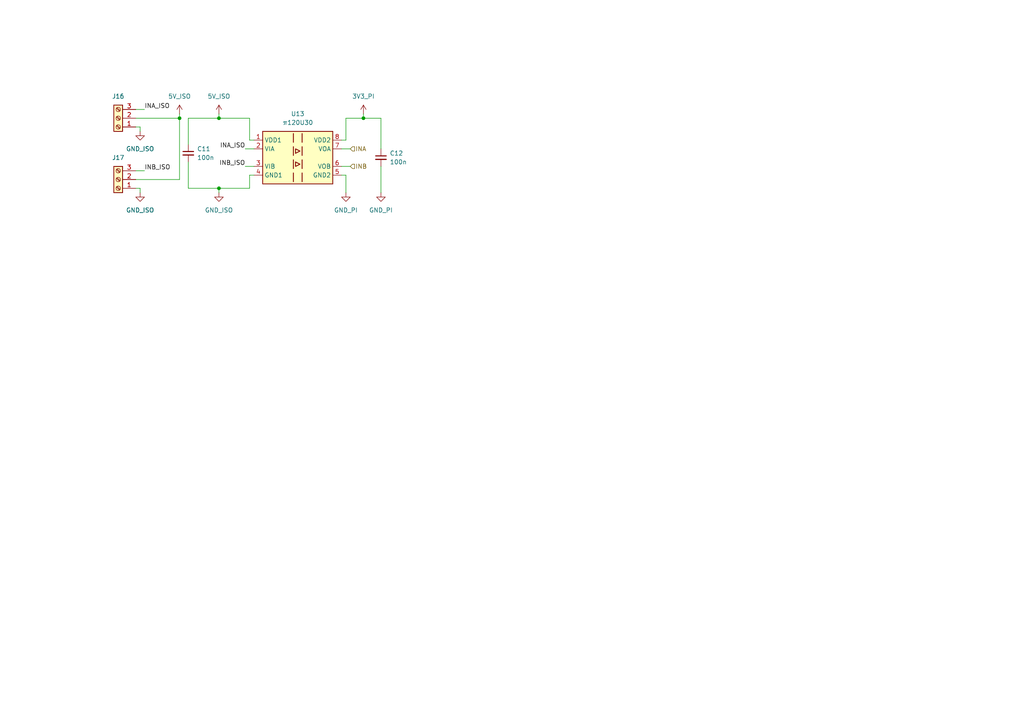
<source format=kicad_sch>
(kicad_sch (version 20230121) (generator eeschema)

  (uuid 4cf84722-b373-4d38-91a1-2eb3ce886a92)

  (paper "A4")

  (lib_symbols
    (symbol "Connector:Screw_Terminal_01x03" (pin_names (offset 1.016) hide) (in_bom yes) (on_board yes)
      (property "Reference" "J" (at 0 5.08 0)
        (effects (font (size 1.27 1.27)))
      )
      (property "Value" "Screw_Terminal_01x03" (at 0 -5.08 0)
        (effects (font (size 1.27 1.27)))
      )
      (property "Footprint" "" (at 0 0 0)
        (effects (font (size 1.27 1.27)) hide)
      )
      (property "Datasheet" "~" (at 0 0 0)
        (effects (font (size 1.27 1.27)) hide)
      )
      (property "ki_keywords" "screw terminal" (at 0 0 0)
        (effects (font (size 1.27 1.27)) hide)
      )
      (property "ki_description" "Generic screw terminal, single row, 01x03, script generated (kicad-library-utils/schlib/autogen/connector/)" (at 0 0 0)
        (effects (font (size 1.27 1.27)) hide)
      )
      (property "ki_fp_filters" "TerminalBlock*:*" (at 0 0 0)
        (effects (font (size 1.27 1.27)) hide)
      )
      (symbol "Screw_Terminal_01x03_1_1"
        (rectangle (start -1.27 3.81) (end 1.27 -3.81)
          (stroke (width 0.254) (type default))
          (fill (type background))
        )
        (circle (center 0 -2.54) (radius 0.635)
          (stroke (width 0.1524) (type default))
          (fill (type none))
        )
        (polyline
          (pts
            (xy -0.5334 -2.2098)
            (xy 0.3302 -3.048)
          )
          (stroke (width 0.1524) (type default))
          (fill (type none))
        )
        (polyline
          (pts
            (xy -0.5334 0.3302)
            (xy 0.3302 -0.508)
          )
          (stroke (width 0.1524) (type default))
          (fill (type none))
        )
        (polyline
          (pts
            (xy -0.5334 2.8702)
            (xy 0.3302 2.032)
          )
          (stroke (width 0.1524) (type default))
          (fill (type none))
        )
        (polyline
          (pts
            (xy -0.3556 -2.032)
            (xy 0.508 -2.8702)
          )
          (stroke (width 0.1524) (type default))
          (fill (type none))
        )
        (polyline
          (pts
            (xy -0.3556 0.508)
            (xy 0.508 -0.3302)
          )
          (stroke (width 0.1524) (type default))
          (fill (type none))
        )
        (polyline
          (pts
            (xy -0.3556 3.048)
            (xy 0.508 2.2098)
          )
          (stroke (width 0.1524) (type default))
          (fill (type none))
        )
        (circle (center 0 0) (radius 0.635)
          (stroke (width 0.1524) (type default))
          (fill (type none))
        )
        (circle (center 0 2.54) (radius 0.635)
          (stroke (width 0.1524) (type default))
          (fill (type none))
        )
        (pin passive line (at -5.08 2.54 0) (length 3.81)
          (name "Pin_1" (effects (font (size 1.27 1.27))))
          (number "1" (effects (font (size 1.27 1.27))))
        )
        (pin passive line (at -5.08 0 0) (length 3.81)
          (name "Pin_2" (effects (font (size 1.27 1.27))))
          (number "2" (effects (font (size 1.27 1.27))))
        )
        (pin passive line (at -5.08 -2.54 0) (length 3.81)
          (name "Pin_3" (effects (font (size 1.27 1.27))))
          (number "3" (effects (font (size 1.27 1.27))))
        )
      )
    )
    (symbol "Device:C_Small" (pin_numbers hide) (pin_names (offset 0.254) hide) (in_bom yes) (on_board yes)
      (property "Reference" "C" (at 0.254 1.778 0)
        (effects (font (size 1.27 1.27)) (justify left))
      )
      (property "Value" "C_Small" (at 0.254 -2.032 0)
        (effects (font (size 1.27 1.27)) (justify left))
      )
      (property "Footprint" "" (at 0 0 0)
        (effects (font (size 1.27 1.27)) hide)
      )
      (property "Datasheet" "~" (at 0 0 0)
        (effects (font (size 1.27 1.27)) hide)
      )
      (property "ki_keywords" "capacitor cap" (at 0 0 0)
        (effects (font (size 1.27 1.27)) hide)
      )
      (property "ki_description" "Unpolarized capacitor, small symbol" (at 0 0 0)
        (effects (font (size 1.27 1.27)) hide)
      )
      (property "ki_fp_filters" "C_*" (at 0 0 0)
        (effects (font (size 1.27 1.27)) hide)
      )
      (symbol "C_Small_0_1"
        (polyline
          (pts
            (xy -1.524 -0.508)
            (xy 1.524 -0.508)
          )
          (stroke (width 0.3302) (type default))
          (fill (type none))
        )
        (polyline
          (pts
            (xy -1.524 0.508)
            (xy 1.524 0.508)
          )
          (stroke (width 0.3048) (type default))
          (fill (type none))
        )
      )
      (symbol "C_Small_1_1"
        (pin passive line (at 0 2.54 270) (length 2.032)
          (name "~" (effects (font (size 1.27 1.27))))
          (number "1" (effects (font (size 1.27 1.27))))
        )
        (pin passive line (at 0 -2.54 90) (length 2.032)
          (name "~" (effects (font (size 1.27 1.27))))
          (number "2" (effects (font (size 1.27 1.27))))
        )
      )
    )
    (symbol "GND_1" (power) (pin_names (offset 0)) (in_bom yes) (on_board yes)
      (property "Reference" "GND_ISO" (at 0 -6.35 0)
        (effects (font (size 1.27 1.27)) hide)
      )
      (property "Value" "GND_1" (at 0 -5.08 0)
        (effects (font (size 1.27 1.27)))
      )
      (property "Footprint" "" (at 0 0 0)
        (effects (font (size 1.27 1.27)) hide)
      )
      (property "Datasheet" "" (at 0 0 0)
        (effects (font (size 1.27 1.27)) hide)
      )
      (property "ki_keywords" "global power" (at 0 0 0)
        (effects (font (size 1.27 1.27)) hide)
      )
      (property "ki_description" "Power symbol creates a global label with name \"GND\" , ground" (at 0 0 0)
        (effects (font (size 1.27 1.27)) hide)
      )
      (symbol "GND_1_0_1"
        (polyline
          (pts
            (xy 0 0)
            (xy 0 -1.27)
            (xy 1.27 -1.27)
            (xy 0 -2.54)
            (xy -1.27 -1.27)
            (xy 0 -1.27)
          )
          (stroke (width 0) (type default))
          (fill (type none))
        )
      )
      (symbol "GND_1_1_1"
        (pin power_in line (at 0 0 270) (length 0) hide
          (name "GND_ISO" (effects (font (size 1.27 1.27))))
          (number "1" (effects (font (size 1.27 1.27))))
        )
      )
    )
    (symbol "GND_2" (power) (pin_names (offset 0)) (in_bom yes) (on_board yes)
      (property "Reference" "#GND_PI0101" (at 0 -6.35 0)
        (effects (font (size 1.27 1.27)) hide)
      )
      (property "Value" "GND_2" (at 0 -5.08 0)
        (effects (font (size 1.27 1.27)))
      )
      (property "Footprint" "" (at 0 0 0)
        (effects (font (size 1.27 1.27)) hide)
      )
      (property "Datasheet" "" (at 0 0 0)
        (effects (font (size 1.27 1.27)) hide)
      )
      (property "ki_keywords" "global power" (at 0 0 0)
        (effects (font (size 1.27 1.27)) hide)
      )
      (property "ki_description" "Power symbol creates a global label with name \"GND\" , ground" (at 0 0 0)
        (effects (font (size 1.27 1.27)) hide)
      )
      (symbol "GND_2_0_1"
        (polyline
          (pts
            (xy 0 0)
            (xy 0 -1.27)
            (xy 1.27 -1.27)
            (xy 0 -2.54)
            (xy -1.27 -1.27)
            (xy 0 -1.27)
          )
          (stroke (width 0) (type default))
          (fill (type none))
        )
      )
      (symbol "GND_2_1_1"
        (pin power_in line (at 0 0 270) (length 0) hide
          (name "GND_PI" (effects (font (size 1.27 1.27))))
          (number "1" (effects (font (size 1.27 1.27))))
        )
      )
    )
    (symbol "Isolator:π120U30" (in_bom yes) (on_board yes)
      (property "Reference" "U" (at -10.16 8.89 0)
        (effects (font (size 1.27 1.27)) (justify left))
      )
      (property "Value" "π120U30" (at -2.032 8.89 0)
        (effects (font (size 1.27 1.27)) (justify left))
      )
      (property "Footprint" "Package_SO:SOIC-8_3.9x4.9mm_P1.27mm" (at 0 -10.16 0)
        (effects (font (size 1.27 1.27) italic) hide)
      )
      (property "Datasheet" "http://www.rpsemi.com/public/doc/2Pai_%CF%8012xUxx_20200416_EN.pdf" (at -11.43 10.16 0)
        (effects (font (size 1.27 1.27)) hide)
      )
      (property "ki_keywords" "Dual-channel digital isolator pi120U30" (at 0 0 0)
        (effects (font (size 1.27 1.27)) hide)
      )
      (property "ki_description" "Dual-channel digital isolator, 3V/5V level translation, Safe LOW, SOIC-8" (at 0 0 0)
        (effects (font (size 1.27 1.27)) hide)
      )
      (property "ki_fp_filters" "SOIC*3.9x4.9mm*P1.27mm*" (at 0 0 0)
        (effects (font (size 1.27 1.27)) hide)
      )
      (symbol "π120U30_0_1"
        (rectangle (start -10.16 7.62) (end 10.16 -7.62)
          (stroke (width 0.254) (type default))
          (fill (type background))
        )
        (polyline
          (pts
            (xy -1.27 -4.445)
            (xy -1.27 -6.985)
          )
          (stroke (width 0.254) (type default))
          (fill (type none))
        )
        (polyline
          (pts
            (xy -1.27 -0.635)
            (xy -1.27 -3.175)
          )
          (stroke (width 0.254) (type default))
          (fill (type none))
        )
        (polyline
          (pts
            (xy -1.27 3.175)
            (xy -1.27 0.635)
          )
          (stroke (width 0.254) (type default))
          (fill (type none))
        )
        (polyline
          (pts
            (xy -1.27 6.985)
            (xy -1.27 4.445)
          )
          (stroke (width 0.254) (type default))
          (fill (type none))
        )
        (polyline
          (pts
            (xy 1.27 -4.445)
            (xy 1.27 -6.985)
          )
          (stroke (width 0.254) (type default))
          (fill (type none))
        )
        (polyline
          (pts
            (xy 1.27 -0.635)
            (xy 1.27 -3.175)
          )
          (stroke (width 0.254) (type default))
          (fill (type none))
        )
        (polyline
          (pts
            (xy 1.27 3.175)
            (xy 1.27 0.635)
          )
          (stroke (width 0.254) (type default))
          (fill (type none))
        )
        (polyline
          (pts
            (xy 1.27 6.985)
            (xy 1.27 4.445)
          )
          (stroke (width 0.254) (type default))
          (fill (type none))
        )
        (polyline
          (pts
            (xy -0.635 -1.27)
            (xy -0.635 -2.54)
            (xy 0.635 -1.905)
            (xy -0.635 -1.27)
          )
          (stroke (width 0.254) (type default))
          (fill (type none))
        )
        (polyline
          (pts
            (xy -0.635 1.27)
            (xy 0.635 1.905)
            (xy -0.635 2.54)
            (xy -0.635 1.27)
          )
          (stroke (width 0.254) (type default))
          (fill (type none))
        )
      )
      (symbol "π120U30_1_1"
        (pin power_in line (at -12.7 5.08 0) (length 2.54)
          (name "VDD1" (effects (font (size 1.27 1.27))))
          (number "1" (effects (font (size 1.27 1.27))))
        )
        (pin input line (at -12.7 2.54 0) (length 2.54)
          (name "VIA" (effects (font (size 1.27 1.27))))
          (number "2" (effects (font (size 1.27 1.27))))
        )
        (pin input line (at -12.7 -2.54 0) (length 2.54)
          (name "VIB" (effects (font (size 1.27 1.27))))
          (number "3" (effects (font (size 1.27 1.27))))
        )
        (pin power_in line (at -12.7 -5.08 0) (length 2.54)
          (name "GND1" (effects (font (size 1.27 1.27))))
          (number "4" (effects (font (size 1.27 1.27))))
        )
        (pin power_in line (at 12.7 -5.08 180) (length 2.54)
          (name "GND2" (effects (font (size 1.27 1.27))))
          (number "5" (effects (font (size 1.27 1.27))))
        )
        (pin output line (at 12.7 -2.54 180) (length 2.54)
          (name "VOB" (effects (font (size 1.27 1.27))))
          (number "6" (effects (font (size 1.27 1.27))))
        )
        (pin output line (at 12.7 2.54 180) (length 2.54)
          (name "VOA" (effects (font (size 1.27 1.27))))
          (number "7" (effects (font (size 1.27 1.27))))
        )
        (pin power_in line (at 12.7 5.08 180) (length 2.54)
          (name "VDD2" (effects (font (size 1.27 1.27))))
          (number "8" (effects (font (size 1.27 1.27))))
        )
      )
    )
    (symbol "VDD_1" (power) (pin_names (offset 0)) (in_bom yes) (on_board yes)
      (property "Reference" "#5V_ISO07" (at 0 -3.81 0)
        (effects (font (size 1.27 1.27)) hide)
      )
      (property "Value" "5V_ISO" (at 0 5.08 0)
        (effects (font (size 1.27 1.27)))
      )
      (property "Footprint" "" (at 0 0 0)
        (effects (font (size 1.27 1.27)) hide)
      )
      (property "Datasheet" "" (at 0 0 0)
        (effects (font (size 1.27 1.27)) hide)
      )
      (property "ki_keywords" "global power" (at 0 0 0)
        (effects (font (size 1.27 1.27)) hide)
      )
      (property "ki_description" "Power symbol creates a global label with name \"VDD\"" (at 0 0 0)
        (effects (font (size 1.27 1.27)) hide)
      )
      (symbol "VDD_1_0_1"
        (polyline
          (pts
            (xy -0.762 1.27)
            (xy 0 2.54)
          )
          (stroke (width 0) (type default))
          (fill (type none))
        )
        (polyline
          (pts
            (xy 0 0)
            (xy 0 2.54)
          )
          (stroke (width 0) (type default))
          (fill (type none))
        )
        (polyline
          (pts
            (xy 0 2.54)
            (xy 0.762 1.27)
          )
          (stroke (width 0) (type default))
          (fill (type none))
        )
      )
      (symbol "VDD_1_1_1"
        (pin power_in line (at 0 0 90) (length 0) hide
          (name "5V_ISO" (effects (font (size 1.27 1.27))))
          (number "1" (effects (font (size 1.27 1.27))))
        )
      )
    )
    (symbol "VDD_2" (power) (pin_names (offset 0)) (in_bom yes) (on_board yes)
      (property "Reference" "#3V3_PI0101" (at 0 3.81 0)
        (effects (font (size 1.27 1.27)) hide)
      )
      (property "Value" "VDD_2" (at 0 5.08 0)
        (effects (font (size 1.27 1.27)))
      )
      (property "Footprint" "" (at 0 0 0)
        (effects (font (size 1.27 1.27)) hide)
      )
      (property "Datasheet" "" (at 0 0 0)
        (effects (font (size 1.27 1.27)) hide)
      )
      (property "ki_keywords" "global power" (at 0 0 0)
        (effects (font (size 1.27 1.27)) hide)
      )
      (property "ki_description" "Power symbol creates a global label with name \"VDD\"" (at 0 0 0)
        (effects (font (size 1.27 1.27)) hide)
      )
      (symbol "VDD_2_0_1"
        (polyline
          (pts
            (xy -0.762 1.27)
            (xy 0 2.54)
          )
          (stroke (width 0) (type default))
          (fill (type none))
        )
        (polyline
          (pts
            (xy 0 0)
            (xy 0 2.54)
          )
          (stroke (width 0) (type default))
          (fill (type none))
        )
        (polyline
          (pts
            (xy 0 2.54)
            (xy 0.762 1.27)
          )
          (stroke (width 0) (type default))
          (fill (type none))
        )
      )
      (symbol "VDD_2_1_1"
        (pin power_in line (at 0 0 90) (length 0) hide
          (name "3V3_PI" (effects (font (size 1.27 1.27))))
          (number "1" (effects (font (size 1.27 1.27))))
        )
      )
    )
    (symbol "power:VDD" (power) (pin_names (offset 0)) (in_bom yes) (on_board yes)
      (property "Reference" "#5V_ISO08" (at 0 -3.81 0)
        (effects (font (size 1.27 1.27)) hide)
      )
      (property "Value" "5V_ISO" (at 0 5.08 0)
        (effects (font (size 1.27 1.27)))
      )
      (property "Footprint" "" (at 0 0 0)
        (effects (font (size 1.27 1.27)) hide)
      )
      (property "Datasheet" "" (at 0 0 0)
        (effects (font (size 1.27 1.27)) hide)
      )
      (property "ki_keywords" "global power" (at 0 0 0)
        (effects (font (size 1.27 1.27)) hide)
      )
      (property "ki_description" "Power symbol creates a global label with name \"VDD\"" (at 0 0 0)
        (effects (font (size 1.27 1.27)) hide)
      )
      (symbol "VDD_0_1"
        (polyline
          (pts
            (xy -0.762 1.27)
            (xy 0 2.54)
          )
          (stroke (width 0) (type default))
          (fill (type none))
        )
        (polyline
          (pts
            (xy 0 0)
            (xy 0 2.54)
          )
          (stroke (width 0) (type default))
          (fill (type none))
        )
        (polyline
          (pts
            (xy 0 2.54)
            (xy 0.762 1.27)
          )
          (stroke (width 0) (type default))
          (fill (type none))
        )
      )
      (symbol "VDD_1_1"
        (pin power_in line (at 0 0 90) (length 0) hide
          (name "5V_ISO" (effects (font (size 1.27 1.27))))
          (number "1" (effects (font (size 1.27 1.27))))
        )
      )
    )
  )

  (junction (at 52.07 34.29) (diameter 0) (color 0 0 0 0)
    (uuid 0e80ccd8-1dee-47e4-a8ab-2c418ecee4e6)
  )
  (junction (at 63.5 34.29) (diameter 0) (color 0 0 0 0)
    (uuid 297a4db8-12bd-4108-9e4b-992c1ffcb6e0)
  )
  (junction (at 63.5 54.61) (diameter 0) (color 0 0 0 0)
    (uuid 5d8182a3-eab0-44c4-b631-6ba39a676a36)
  )
  (junction (at 105.41 34.29) (diameter 0) (color 0 0 0 0)
    (uuid 9087b805-1e0d-47a0-b733-7253309f25d4)
  )

  (wire (pts (xy 52.07 33.02) (xy 52.07 34.29))
    (stroke (width 0) (type default))
    (uuid 10eae7b3-5142-4189-ade6-e951aa7d163e)
  )
  (wire (pts (xy 99.06 40.64) (xy 100.33 40.64))
    (stroke (width 0) (type default))
    (uuid 178cc943-aeb9-4043-b203-31495f11a054)
  )
  (wire (pts (xy 39.37 36.83) (xy 40.64 36.83))
    (stroke (width 0) (type default))
    (uuid 2bf5b5b8-2973-47a4-b4e2-017bce970537)
  )
  (wire (pts (xy 39.37 52.07) (xy 52.07 52.07))
    (stroke (width 0) (type default))
    (uuid 3a8af44f-e17d-46cc-b65a-71f949fd851d)
  )
  (wire (pts (xy 63.5 34.29) (xy 72.39 34.29))
    (stroke (width 0) (type default))
    (uuid 60d94715-ae5b-4ab8-9f88-e029a9bf4375)
  )
  (wire (pts (xy 100.33 50.8) (xy 100.33 55.88))
    (stroke (width 0) (type default))
    (uuid 61a3abbc-cedf-4963-b8e4-c218f9b19298)
  )
  (wire (pts (xy 71.12 48.26) (xy 73.66 48.26))
    (stroke (width 0) (type default))
    (uuid 6518fb73-3898-4089-b393-54c94ccc478a)
  )
  (wire (pts (xy 39.37 34.29) (xy 52.07 34.29))
    (stroke (width 0) (type default))
    (uuid 6669a12b-1154-48d9-aa66-fab6edeefcbe)
  )
  (wire (pts (xy 99.06 48.26) (xy 101.6 48.26))
    (stroke (width 0) (type default))
    (uuid 672a668a-7e92-447e-82f5-fc15c545ca59)
  )
  (wire (pts (xy 99.06 50.8) (xy 100.33 50.8))
    (stroke (width 0) (type default))
    (uuid 6c83850c-cd51-4e76-9c80-6035b8793b4f)
  )
  (wire (pts (xy 63.5 33.02) (xy 63.5 34.29))
    (stroke (width 0) (type default))
    (uuid 71655473-70b3-4489-b5ce-e5f6f4f4e5da)
  )
  (wire (pts (xy 39.37 54.61) (xy 40.64 54.61))
    (stroke (width 0) (type default))
    (uuid 7a5a6657-cde6-4d57-8d91-9be2d26a6eb9)
  )
  (wire (pts (xy 63.5 54.61) (xy 63.5 55.88))
    (stroke (width 0) (type default))
    (uuid 8078879d-bc27-423c-8249-98a5b4f972e4)
  )
  (wire (pts (xy 63.5 54.61) (xy 72.39 54.61))
    (stroke (width 0) (type default))
    (uuid 88312145-f687-448f-9dbb-e8925b7b6a5a)
  )
  (wire (pts (xy 72.39 50.8) (xy 72.39 54.61))
    (stroke (width 0) (type default))
    (uuid 924d20c8-b542-421c-af28-405607ede893)
  )
  (wire (pts (xy 40.64 36.83) (xy 40.64 38.1))
    (stroke (width 0) (type default))
    (uuid 932957c2-e2ae-49ad-b933-323e5a5acedf)
  )
  (wire (pts (xy 54.61 34.29) (xy 54.61 41.91))
    (stroke (width 0) (type default))
    (uuid 997deada-18a9-415b-b692-79b94fe34513)
  )
  (wire (pts (xy 40.64 54.61) (xy 40.64 55.88))
    (stroke (width 0) (type default))
    (uuid a2a884dd-c1cd-4575-b35d-3c80bb0a8210)
  )
  (wire (pts (xy 73.66 50.8) (xy 72.39 50.8))
    (stroke (width 0) (type default))
    (uuid a4922fff-a579-4c9f-88a8-515799f0be4d)
  )
  (wire (pts (xy 63.5 54.61) (xy 54.61 54.61))
    (stroke (width 0) (type default))
    (uuid a6f9a6e6-fde6-4e2f-a0b7-b4082848805d)
  )
  (wire (pts (xy 52.07 34.29) (xy 52.07 52.07))
    (stroke (width 0) (type default))
    (uuid a91eabed-f97b-4476-9192-7fd90c254e81)
  )
  (wire (pts (xy 72.39 34.29) (xy 72.39 40.64))
    (stroke (width 0) (type default))
    (uuid a9f2fd87-e35e-4f8f-abeb-dafd2a935735)
  )
  (wire (pts (xy 71.12 43.18) (xy 73.66 43.18))
    (stroke (width 0) (type default))
    (uuid b1966218-8b05-4643-9426-850f296ab5eb)
  )
  (wire (pts (xy 100.33 34.29) (xy 105.41 34.29))
    (stroke (width 0) (type default))
    (uuid c1023865-b7af-4d5f-8c03-2cd2041a0d03)
  )
  (wire (pts (xy 99.06 43.18) (xy 101.6 43.18))
    (stroke (width 0) (type default))
    (uuid c1d042c2-c2f9-4a48-8d78-8c65925623ce)
  )
  (wire (pts (xy 100.33 40.64) (xy 100.33 34.29))
    (stroke (width 0) (type default))
    (uuid c23ebcf4-133d-4418-9887-6391c3bd4137)
  )
  (wire (pts (xy 41.91 31.75) (xy 39.37 31.75))
    (stroke (width 0) (type default))
    (uuid d85db513-31bb-45dd-9086-ab0e12b348d0)
  )
  (wire (pts (xy 110.49 48.26) (xy 110.49 55.88))
    (stroke (width 0) (type default))
    (uuid de23c321-1d50-4e1c-b762-365d44aa0bfa)
  )
  (wire (pts (xy 54.61 34.29) (xy 63.5 34.29))
    (stroke (width 0) (type default))
    (uuid ded8b1d7-acd4-4650-a122-fc1f263e8fec)
  )
  (wire (pts (xy 105.41 34.29) (xy 110.49 34.29))
    (stroke (width 0) (type default))
    (uuid dfb6df20-7b99-47f8-bea8-f7f9cbac9444)
  )
  (wire (pts (xy 73.66 40.64) (xy 72.39 40.64))
    (stroke (width 0) (type default))
    (uuid e7820186-b05d-4a58-b091-a89d01660206)
  )
  (wire (pts (xy 110.49 34.29) (xy 110.49 43.18))
    (stroke (width 0) (type default))
    (uuid e95ab924-5d53-4214-9fea-2a49c84700b1)
  )
  (wire (pts (xy 41.91 49.53) (xy 39.37 49.53))
    (stroke (width 0) (type default))
    (uuid ee75cc36-c8a3-407b-998c-0a5fd62529cf)
  )
  (wire (pts (xy 54.61 46.99) (xy 54.61 54.61))
    (stroke (width 0) (type default))
    (uuid fe237f0a-4597-4291-8015-4fedd0ed2c83)
  )
  (wire (pts (xy 105.41 33.02) (xy 105.41 34.29))
    (stroke (width 0) (type default))
    (uuid ffdbac3c-97f2-4992-9e04-07664cc60f65)
  )

  (label "INB_ISO" (at 41.91 49.53 0) (fields_autoplaced)
    (effects (font (size 1.27 1.27)) (justify left bottom))
    (uuid 1a7bd251-4abe-4a0b-89f2-88f25c1376fb)
  )
  (label "INB_ISO" (at 71.12 48.26 180) (fields_autoplaced)
    (effects (font (size 1.27 1.27)) (justify right bottom))
    (uuid 35a773f7-49f4-4384-b8ba-554604ecea01)
  )
  (label "INA_ISO" (at 71.12 43.18 180) (fields_autoplaced)
    (effects (font (size 1.27 1.27)) (justify right bottom))
    (uuid 54f78d32-e82b-4cb9-a6fb-20ab2d3664a0)
  )
  (label "INA_ISO" (at 41.91 31.75 0) (fields_autoplaced)
    (effects (font (size 1.27 1.27)) (justify left bottom))
    (uuid 6085b6ec-07a0-4343-a4e2-112b3cd72861)
  )

  (hierarchical_label "INB" (shape input) (at 101.6 48.26 0) (fields_autoplaced)
    (effects (font (size 1.27 1.27)) (justify left))
    (uuid 1d9ef7b9-ba42-4031-85ad-5618ae50fc50)
  )
  (hierarchical_label "INA" (shape input) (at 101.6 43.18 0) (fields_autoplaced)
    (effects (font (size 1.27 1.27)) (justify left))
    (uuid 8333899b-6c64-419d-b725-f94254263526)
  )

  (symbol (lib_name "GND_1") (lib_id "power:GND") (at 63.5 55.88 0) (unit 1)
    (in_bom yes) (on_board yes) (dnp no) (fields_autoplaced)
    (uuid 076f75c8-6d0f-47c2-a1ac-7cc1ecf69cc9)
    (property "Reference" "#GND_ISO08" (at 63.5 62.23 0)
      (effects (font (size 1.27 1.27)) hide)
    )
    (property "Value" "GND_ISO" (at 63.5 60.96 0)
      (effects (font (size 1.27 1.27)))
    )
    (property "Footprint" "" (at 63.5 55.88 0)
      (effects (font (size 1.27 1.27)) hide)
    )
    (property "Datasheet" "" (at 63.5 55.88 0)
      (effects (font (size 1.27 1.27)) hide)
    )
    (pin "1" (uuid 6cc30f4b-d607-4658-ad55-17ba55cf2813))
    (instances
      (project "rpi5-cnc-hat"
        (path "/0e41da92-7fec-467a-a29c-c48f1021375c/f01c58f2-0a2a-4031-a1ff-2bcfde020bbc"
          (reference "#GND_ISO08") (unit 1)
        )
        (path "/0e41da92-7fec-467a-a29c-c48f1021375c/3fc173af-f308-4a39-8856-0a5c1db8a138"
          (reference "#GND_ISO011") (unit 1)
        )
        (path "/0e41da92-7fec-467a-a29c-c48f1021375c/e3d54af7-3f2d-465d-87f6-98351b51b2a5"
          (reference "#GND_ISO014") (unit 1)
        )
        (path "/0e41da92-7fec-467a-a29c-c48f1021375c/2b0bd622-e9f5-4156-9577-5cf66b3affa1"
          (reference "#GND_ISO017") (unit 1)
        )
        (path "/0e41da92-7fec-467a-a29c-c48f1021375c/4344c07b-b469-4487-a974-79a803c4886d"
          (reference "#GND_ISO020") (unit 1)
        )
      )
    )
  )

  (symbol (lib_name "VDD_2") (lib_id "power:VDD") (at 105.41 33.02 0) (unit 1)
    (in_bom yes) (on_board yes) (dnp no)
    (uuid 08dee705-7698-455e-b18d-bbaff9b512fe)
    (property "Reference" "#3V3_PI07" (at 105.41 29.21 0)
      (effects (font (size 1.27 1.27)) hide)
    )
    (property "Value" "3V3_PI" (at 105.41 27.94 0)
      (effects (font (size 1.27 1.27)))
    )
    (property "Footprint" "" (at 105.41 33.02 0)
      (effects (font (size 1.27 1.27)) hide)
    )
    (property "Datasheet" "" (at 105.41 33.02 0)
      (effects (font (size 1.27 1.27)) hide)
    )
    (pin "1" (uuid 8ed812ae-41fc-463a-b2c0-f2395afa114a))
    (instances
      (project "rpi5-cnc-hat"
        (path "/0e41da92-7fec-467a-a29c-c48f1021375c/f01c58f2-0a2a-4031-a1ff-2bcfde020bbc"
          (reference "#3V3_PI07") (unit 1)
        )
        (path "/0e41da92-7fec-467a-a29c-c48f1021375c/3fc173af-f308-4a39-8856-0a5c1db8a138"
          (reference "#3V3_PI08") (unit 1)
        )
        (path "/0e41da92-7fec-467a-a29c-c48f1021375c/e3d54af7-3f2d-465d-87f6-98351b51b2a5"
          (reference "#3V3_PI09") (unit 1)
        )
        (path "/0e41da92-7fec-467a-a29c-c48f1021375c/2b0bd622-e9f5-4156-9577-5cf66b3affa1"
          (reference "#3V3_PI010") (unit 1)
        )
        (path "/0e41da92-7fec-467a-a29c-c48f1021375c/4344c07b-b469-4487-a974-79a803c4886d"
          (reference "#3V3_PI011") (unit 1)
        )
      )
    )
  )

  (symbol (lib_id "Device:C_Small") (at 54.61 44.45 0) (unit 1)
    (in_bom yes) (on_board yes) (dnp no) (fields_autoplaced)
    (uuid 380190dd-2a28-4869-8d60-ed9822c3f3de)
    (property "Reference" "C11" (at 57.15 43.1863 0)
      (effects (font (size 1.27 1.27)) (justify left))
    )
    (property "Value" "100n" (at 57.15 45.7263 0)
      (effects (font (size 1.27 1.27)) (justify left))
    )
    (property "Footprint" "Capacitor_SMD:C_0805_2012Metric_Pad1.18x1.45mm_HandSolder" (at 54.61 44.45 0)
      (effects (font (size 1.27 1.27)) hide)
    )
    (property "Datasheet" "~" (at 54.61 44.45 0)
      (effects (font (size 1.27 1.27)) hide)
    )
    (pin "1" (uuid 9d16b2f7-2f98-4d06-93c7-6fe4f2a64f2d))
    (pin "2" (uuid 99e085ca-81b8-498a-acca-1d1f23129b66))
    (instances
      (project "rpi5-cnc-hat"
        (path "/0e41da92-7fec-467a-a29c-c48f1021375c/f01c58f2-0a2a-4031-a1ff-2bcfde020bbc"
          (reference "C11") (unit 1)
        )
        (path "/0e41da92-7fec-467a-a29c-c48f1021375c/3fc173af-f308-4a39-8856-0a5c1db8a138"
          (reference "C13") (unit 1)
        )
        (path "/0e41da92-7fec-467a-a29c-c48f1021375c/e3d54af7-3f2d-465d-87f6-98351b51b2a5"
          (reference "C15") (unit 1)
        )
        (path "/0e41da92-7fec-467a-a29c-c48f1021375c/2b0bd622-e9f5-4156-9577-5cf66b3affa1"
          (reference "C17") (unit 1)
        )
        (path "/0e41da92-7fec-467a-a29c-c48f1021375c/4344c07b-b469-4487-a974-79a803c4886d"
          (reference "C19") (unit 1)
        )
      )
    )
  )

  (symbol (lib_id "power:VDD") (at 63.5 33.02 0) (unit 1)
    (in_bom yes) (on_board yes) (dnp no) (fields_autoplaced)
    (uuid 4ddc94e9-ce78-4814-8e90-8a1cf9325939)
    (property "Reference" "#5V_ISO08" (at 63.5 36.83 0)
      (effects (font (size 1.27 1.27)) hide)
    )
    (property "Value" "5V_ISO" (at 63.5 27.94 0)
      (effects (font (size 1.27 1.27)))
    )
    (property "Footprint" "" (at 63.5 33.02 0)
      (effects (font (size 1.27 1.27)) hide)
    )
    (property "Datasheet" "" (at 63.5 33.02 0)
      (effects (font (size 1.27 1.27)) hide)
    )
    (pin "1" (uuid b8aa0e04-757c-459a-9797-3659988abb04))
    (instances
      (project "rpi5-cnc-hat"
        (path "/0e41da92-7fec-467a-a29c-c48f1021375c/f01c58f2-0a2a-4031-a1ff-2bcfde020bbc"
          (reference "#5V_ISO08") (unit 1)
        )
        (path "/0e41da92-7fec-467a-a29c-c48f1021375c/3fc173af-f308-4a39-8856-0a5c1db8a138"
          (reference "#5V_ISO010") (unit 1)
        )
        (path "/0e41da92-7fec-467a-a29c-c48f1021375c/e3d54af7-3f2d-465d-87f6-98351b51b2a5"
          (reference "#5V_ISO012") (unit 1)
        )
        (path "/0e41da92-7fec-467a-a29c-c48f1021375c/2b0bd622-e9f5-4156-9577-5cf66b3affa1"
          (reference "#5V_ISO014") (unit 1)
        )
        (path "/0e41da92-7fec-467a-a29c-c48f1021375c/4344c07b-b469-4487-a974-79a803c4886d"
          (reference "#5V_ISO016") (unit 1)
        )
      )
    )
  )

  (symbol (lib_name "GND_2") (lib_id "power:GND") (at 110.49 55.88 0) (unit 1)
    (in_bom yes) (on_board yes) (dnp no) (fields_autoplaced)
    (uuid 4eb91c3c-3680-4784-8570-23ef3a215a19)
    (property "Reference" "#GND_PI010" (at 110.49 62.23 0)
      (effects (font (size 1.27 1.27)) hide)
    )
    (property "Value" "GND_PI" (at 110.49 60.96 0)
      (effects (font (size 1.27 1.27)))
    )
    (property "Footprint" "" (at 110.49 55.88 0)
      (effects (font (size 1.27 1.27)) hide)
    )
    (property "Datasheet" "" (at 110.49 55.88 0)
      (effects (font (size 1.27 1.27)) hide)
    )
    (pin "1" (uuid e845cf92-4d9f-4214-a1bf-86b8c8d50582))
    (instances
      (project "rpi5-cnc-hat"
        (path "/0e41da92-7fec-467a-a29c-c48f1021375c/f01c58f2-0a2a-4031-a1ff-2bcfde020bbc"
          (reference "#GND_PI010") (unit 1)
        )
        (path "/0e41da92-7fec-467a-a29c-c48f1021375c/3fc173af-f308-4a39-8856-0a5c1db8a138"
          (reference "#GND_PI012") (unit 1)
        )
        (path "/0e41da92-7fec-467a-a29c-c48f1021375c/e3d54af7-3f2d-465d-87f6-98351b51b2a5"
          (reference "#GND_PI014") (unit 1)
        )
        (path "/0e41da92-7fec-467a-a29c-c48f1021375c/2b0bd622-e9f5-4156-9577-5cf66b3affa1"
          (reference "#GND_PI016") (unit 1)
        )
        (path "/0e41da92-7fec-467a-a29c-c48f1021375c/4344c07b-b469-4487-a974-79a803c4886d"
          (reference "#GND_PI018") (unit 1)
        )
      )
    )
  )

  (symbol (lib_id "Connector:Screw_Terminal_01x03") (at 34.29 34.29 180) (unit 1)
    (in_bom yes) (on_board yes) (dnp no) (fields_autoplaced)
    (uuid 5438ff92-2058-4409-8b62-9bd4b6140089)
    (property "Reference" "J16" (at 34.29 27.94 0)
      (effects (font (size 1.27 1.27)))
    )
    (property "Value" "Screw_Terminal_01x03" (at 34.29 27.94 0)
      (effects (font (size 1.27 1.27)) hide)
    )
    (property "Footprint" "TerminalBlock_Phoenix:TerminalBlock_Phoenix_PT-1,5-3-3.5-H_1x03_P3.50mm_Horizontal" (at 34.29 34.29 0)
      (effects (font (size 1.27 1.27)) hide)
    )
    (property "Datasheet" "~" (at 34.29 34.29 0)
      (effects (font (size 1.27 1.27)) hide)
    )
    (pin "2" (uuid fd30d850-bbad-4562-8198-861dd391dbc8))
    (pin "1" (uuid dadb72cd-d93e-40b8-835d-3ea5fe115463))
    (pin "3" (uuid 728298ef-631b-43b5-8c5d-b026ea567447))
    (instances
      (project "rpi5-cnc-hat"
        (path "/0e41da92-7fec-467a-a29c-c48f1021375c/f01c58f2-0a2a-4031-a1ff-2bcfde020bbc"
          (reference "J16") (unit 1)
        )
        (path "/0e41da92-7fec-467a-a29c-c48f1021375c/3fc173af-f308-4a39-8856-0a5c1db8a138"
          (reference "J18") (unit 1)
        )
        (path "/0e41da92-7fec-467a-a29c-c48f1021375c/e3d54af7-3f2d-465d-87f6-98351b51b2a5"
          (reference "J20") (unit 1)
        )
        (path "/0e41da92-7fec-467a-a29c-c48f1021375c/2b0bd622-e9f5-4156-9577-5cf66b3affa1"
          (reference "J22") (unit 1)
        )
        (path "/0e41da92-7fec-467a-a29c-c48f1021375c/4344c07b-b469-4487-a974-79a803c4886d"
          (reference "J24") (unit 1)
        )
      )
    )
  )

  (symbol (lib_name "GND_1") (lib_id "power:GND") (at 40.64 38.1 0) (unit 1)
    (in_bom yes) (on_board yes) (dnp no) (fields_autoplaced)
    (uuid 6f3e8647-a69b-440d-a533-bd0075b9623a)
    (property "Reference" "#GND_ISO06" (at 40.64 44.45 0)
      (effects (font (size 1.27 1.27)) hide)
    )
    (property "Value" "GND_ISO" (at 40.64 43.18 0)
      (effects (font (size 1.27 1.27)))
    )
    (property "Footprint" "" (at 40.64 38.1 0)
      (effects (font (size 1.27 1.27)) hide)
    )
    (property "Datasheet" "" (at 40.64 38.1 0)
      (effects (font (size 1.27 1.27)) hide)
    )
    (pin "1" (uuid 2c15c702-a5e7-4d5e-b844-7345c9a8f039))
    (instances
      (project "rpi5-cnc-hat"
        (path "/0e41da92-7fec-467a-a29c-c48f1021375c/f01c58f2-0a2a-4031-a1ff-2bcfde020bbc"
          (reference "#GND_ISO06") (unit 1)
        )
        (path "/0e41da92-7fec-467a-a29c-c48f1021375c/3fc173af-f308-4a39-8856-0a5c1db8a138"
          (reference "#GND_ISO09") (unit 1)
        )
        (path "/0e41da92-7fec-467a-a29c-c48f1021375c/e3d54af7-3f2d-465d-87f6-98351b51b2a5"
          (reference "#GND_ISO012") (unit 1)
        )
        (path "/0e41da92-7fec-467a-a29c-c48f1021375c/2b0bd622-e9f5-4156-9577-5cf66b3affa1"
          (reference "#GND_ISO015") (unit 1)
        )
        (path "/0e41da92-7fec-467a-a29c-c48f1021375c/4344c07b-b469-4487-a974-79a803c4886d"
          (reference "#GND_ISO018") (unit 1)
        )
      )
    )
  )

  (symbol (lib_id "Device:C_Small") (at 110.49 45.72 0) (unit 1)
    (in_bom yes) (on_board yes) (dnp no) (fields_autoplaced)
    (uuid 75e42691-9455-42fd-90c8-ea1b18ff1e8c)
    (property "Reference" "C12" (at 113.03 44.4563 0)
      (effects (font (size 1.27 1.27)) (justify left))
    )
    (property "Value" "100n" (at 113.03 46.9963 0)
      (effects (font (size 1.27 1.27)) (justify left))
    )
    (property "Footprint" "Capacitor_SMD:C_0805_2012Metric_Pad1.18x1.45mm_HandSolder" (at 110.49 45.72 0)
      (effects (font (size 1.27 1.27)) hide)
    )
    (property "Datasheet" "~" (at 110.49 45.72 0)
      (effects (font (size 1.27 1.27)) hide)
    )
    (pin "1" (uuid fe128b17-a1a6-4823-b9d1-3c07f56549ae))
    (pin "2" (uuid 2c060750-b8c5-41b8-8414-6820eefc59b8))
    (instances
      (project "rpi5-cnc-hat"
        (path "/0e41da92-7fec-467a-a29c-c48f1021375c/f01c58f2-0a2a-4031-a1ff-2bcfde020bbc"
          (reference "C12") (unit 1)
        )
        (path "/0e41da92-7fec-467a-a29c-c48f1021375c/3fc173af-f308-4a39-8856-0a5c1db8a138"
          (reference "C14") (unit 1)
        )
        (path "/0e41da92-7fec-467a-a29c-c48f1021375c/e3d54af7-3f2d-465d-87f6-98351b51b2a5"
          (reference "C16") (unit 1)
        )
        (path "/0e41da92-7fec-467a-a29c-c48f1021375c/2b0bd622-e9f5-4156-9577-5cf66b3affa1"
          (reference "C18") (unit 1)
        )
        (path "/0e41da92-7fec-467a-a29c-c48f1021375c/4344c07b-b469-4487-a974-79a803c4886d"
          (reference "C20") (unit 1)
        )
      )
    )
  )

  (symbol (lib_name "GND_1") (lib_id "power:GND") (at 40.64 55.88 0) (unit 1)
    (in_bom yes) (on_board yes) (dnp no) (fields_autoplaced)
    (uuid 9460926f-6efd-431a-b844-2649bcd25ec5)
    (property "Reference" "#GND_ISO07" (at 40.64 62.23 0)
      (effects (font (size 1.27 1.27)) hide)
    )
    (property "Value" "GND_ISO" (at 40.64 60.96 0)
      (effects (font (size 1.27 1.27)))
    )
    (property "Footprint" "" (at 40.64 55.88 0)
      (effects (font (size 1.27 1.27)) hide)
    )
    (property "Datasheet" "" (at 40.64 55.88 0)
      (effects (font (size 1.27 1.27)) hide)
    )
    (pin "1" (uuid a9e4b415-2f59-46c2-9015-98106aba8938))
    (instances
      (project "rpi5-cnc-hat"
        (path "/0e41da92-7fec-467a-a29c-c48f1021375c/f01c58f2-0a2a-4031-a1ff-2bcfde020bbc"
          (reference "#GND_ISO07") (unit 1)
        )
        (path "/0e41da92-7fec-467a-a29c-c48f1021375c/3fc173af-f308-4a39-8856-0a5c1db8a138"
          (reference "#GND_ISO010") (unit 1)
        )
        (path "/0e41da92-7fec-467a-a29c-c48f1021375c/e3d54af7-3f2d-465d-87f6-98351b51b2a5"
          (reference "#GND_ISO013") (unit 1)
        )
        (path "/0e41da92-7fec-467a-a29c-c48f1021375c/2b0bd622-e9f5-4156-9577-5cf66b3affa1"
          (reference "#GND_ISO016") (unit 1)
        )
        (path "/0e41da92-7fec-467a-a29c-c48f1021375c/4344c07b-b469-4487-a974-79a803c4886d"
          (reference "#GND_ISO019") (unit 1)
        )
      )
    )
  )

  (symbol (lib_id "Connector:Screw_Terminal_01x03") (at 34.29 52.07 180) (unit 1)
    (in_bom yes) (on_board yes) (dnp no) (fields_autoplaced)
    (uuid 9a381672-1563-4975-b542-dd981373a95b)
    (property "Reference" "J17" (at 34.29 45.72 0)
      (effects (font (size 1.27 1.27)))
    )
    (property "Value" "Screw_Terminal_01x03" (at 34.29 45.72 0)
      (effects (font (size 1.27 1.27)) hide)
    )
    (property "Footprint" "TerminalBlock_Phoenix:TerminalBlock_Phoenix_PT-1,5-3-3.5-H_1x03_P3.50mm_Horizontal" (at 34.29 52.07 0)
      (effects (font (size 1.27 1.27)) hide)
    )
    (property "Datasheet" "~" (at 34.29 52.07 0)
      (effects (font (size 1.27 1.27)) hide)
    )
    (pin "2" (uuid fd30d850-bbad-4562-8198-861dd391dbc9))
    (pin "1" (uuid dadb72cd-d93e-40b8-835d-3ea5fe115464))
    (pin "3" (uuid 728298ef-631b-43b5-8c5d-b026ea567448))
    (instances
      (project "rpi5-cnc-hat"
        (path "/0e41da92-7fec-467a-a29c-c48f1021375c/f01c58f2-0a2a-4031-a1ff-2bcfde020bbc"
          (reference "J17") (unit 1)
        )
        (path "/0e41da92-7fec-467a-a29c-c48f1021375c/3fc173af-f308-4a39-8856-0a5c1db8a138"
          (reference "J19") (unit 1)
        )
        (path "/0e41da92-7fec-467a-a29c-c48f1021375c/e3d54af7-3f2d-465d-87f6-98351b51b2a5"
          (reference "J21") (unit 1)
        )
        (path "/0e41da92-7fec-467a-a29c-c48f1021375c/2b0bd622-e9f5-4156-9577-5cf66b3affa1"
          (reference "J23") (unit 1)
        )
        (path "/0e41da92-7fec-467a-a29c-c48f1021375c/4344c07b-b469-4487-a974-79a803c4886d"
          (reference "J25") (unit 1)
        )
      )
    )
  )

  (symbol (lib_name "GND_2") (lib_id "power:GND") (at 100.33 55.88 0) (unit 1)
    (in_bom yes) (on_board yes) (dnp no) (fields_autoplaced)
    (uuid 9f8347e6-f149-4b1f-bd0b-41392f01a979)
    (property "Reference" "#GND_PI09" (at 100.33 62.23 0)
      (effects (font (size 1.27 1.27)) hide)
    )
    (property "Value" "GND_PI" (at 100.33 60.96 0)
      (effects (font (size 1.27 1.27)))
    )
    (property "Footprint" "" (at 100.33 55.88 0)
      (effects (font (size 1.27 1.27)) hide)
    )
    (property "Datasheet" "" (at 100.33 55.88 0)
      (effects (font (size 1.27 1.27)) hide)
    )
    (pin "1" (uuid d2037b80-4cd4-4487-b360-1b22b837a3b7))
    (instances
      (project "rpi5-cnc-hat"
        (path "/0e41da92-7fec-467a-a29c-c48f1021375c/f01c58f2-0a2a-4031-a1ff-2bcfde020bbc"
          (reference "#GND_PI09") (unit 1)
        )
        (path "/0e41da92-7fec-467a-a29c-c48f1021375c/3fc173af-f308-4a39-8856-0a5c1db8a138"
          (reference "#GND_PI011") (unit 1)
        )
        (path "/0e41da92-7fec-467a-a29c-c48f1021375c/e3d54af7-3f2d-465d-87f6-98351b51b2a5"
          (reference "#GND_PI013") (unit 1)
        )
        (path "/0e41da92-7fec-467a-a29c-c48f1021375c/2b0bd622-e9f5-4156-9577-5cf66b3affa1"
          (reference "#GND_PI015") (unit 1)
        )
        (path "/0e41da92-7fec-467a-a29c-c48f1021375c/4344c07b-b469-4487-a974-79a803c4886d"
          (reference "#GND_PI017") (unit 1)
        )
      )
    )
  )

  (symbol (lib_name "VDD_1") (lib_id "power:VDD") (at 52.07 33.02 0) (unit 1)
    (in_bom yes) (on_board yes) (dnp no) (fields_autoplaced)
    (uuid a085ec68-f9aa-48b8-8031-85365d0ec7ba)
    (property "Reference" "#5V_ISO07" (at 52.07 36.83 0)
      (effects (font (size 1.27 1.27)) hide)
    )
    (property "Value" "5V_ISO" (at 52.07 27.94 0)
      (effects (font (size 1.27 1.27)))
    )
    (property "Footprint" "" (at 52.07 33.02 0)
      (effects (font (size 1.27 1.27)) hide)
    )
    (property "Datasheet" "" (at 52.07 33.02 0)
      (effects (font (size 1.27 1.27)) hide)
    )
    (pin "1" (uuid 0533e2ce-22e9-4729-8d75-91d53d5eecd7))
    (instances
      (project "rpi5-cnc-hat"
        (path "/0e41da92-7fec-467a-a29c-c48f1021375c/f01c58f2-0a2a-4031-a1ff-2bcfde020bbc"
          (reference "#5V_ISO07") (unit 1)
        )
        (path "/0e41da92-7fec-467a-a29c-c48f1021375c/3fc173af-f308-4a39-8856-0a5c1db8a138"
          (reference "#5V_ISO09") (unit 1)
        )
        (path "/0e41da92-7fec-467a-a29c-c48f1021375c/e3d54af7-3f2d-465d-87f6-98351b51b2a5"
          (reference "#5V_ISO011") (unit 1)
        )
        (path "/0e41da92-7fec-467a-a29c-c48f1021375c/2b0bd622-e9f5-4156-9577-5cf66b3affa1"
          (reference "#5V_ISO013") (unit 1)
        )
        (path "/0e41da92-7fec-467a-a29c-c48f1021375c/4344c07b-b469-4487-a974-79a803c4886d"
          (reference "#5V_ISO015") (unit 1)
        )
      )
    )
  )

  (symbol (lib_id "Isolator:π120U30") (at 86.36 45.72 0) (unit 1)
    (in_bom yes) (on_board yes) (dnp no)
    (uuid bcba3209-5427-4c21-8bb5-cea2ac79a456)
    (property "Reference" "U13" (at 86.36 33.02 0)
      (effects (font (size 1.27 1.27)))
    )
    (property "Value" "π120U30" (at 86.36 35.56 0)
      (effects (font (size 1.27 1.27)))
    )
    (property "Footprint" "Package_SO:SOIC-8_3.9x4.9mm_P1.27mm" (at 86.36 55.88 0)
      (effects (font (size 1.27 1.27) italic) hide)
    )
    (property "Datasheet" "http://www.rpsemi.com/public/doc/2Pai_%CF%8012xUxx_20200416_EN.pdf" (at 74.93 35.56 0)
      (effects (font (size 1.27 1.27)) hide)
    )
    (pin "3" (uuid 1c939c6f-6abb-4ad3-80eb-e36f431a131e))
    (pin "6" (uuid 838e1c13-d888-4ce9-846d-86171b202b19))
    (pin "7" (uuid a767b70a-4aa3-4da4-b018-c233c4b69190))
    (pin "1" (uuid 0913eb77-5a5e-4156-8985-23836e313cd1))
    (pin "8" (uuid c68ebebe-be30-4dbb-9e66-c31a3f8af6ad))
    (pin "4" (uuid bd225cc9-8788-411d-a7dc-29ff7b3798f3))
    (pin "2" (uuid 0fa134a7-165e-4ab6-a21e-31ece53a6356))
    (pin "5" (uuid 8d0417db-da15-45b9-a5d3-23fe4f8ae046))
    (instances
      (project "rpi5-cnc-hat"
        (path "/0e41da92-7fec-467a-a29c-c48f1021375c/f01c58f2-0a2a-4031-a1ff-2bcfde020bbc"
          (reference "U13") (unit 1)
        )
        (path "/0e41da92-7fec-467a-a29c-c48f1021375c/3fc173af-f308-4a39-8856-0a5c1db8a138"
          (reference "U14") (unit 1)
        )
        (path "/0e41da92-7fec-467a-a29c-c48f1021375c/e3d54af7-3f2d-465d-87f6-98351b51b2a5"
          (reference "U15") (unit 1)
        )
        (path "/0e41da92-7fec-467a-a29c-c48f1021375c/2b0bd622-e9f5-4156-9577-5cf66b3affa1"
          (reference "U16") (unit 1)
        )
        (path "/0e41da92-7fec-467a-a29c-c48f1021375c/4344c07b-b469-4487-a974-79a803c4886d"
          (reference "U17") (unit 1)
        )
      )
    )
  )
)

</source>
